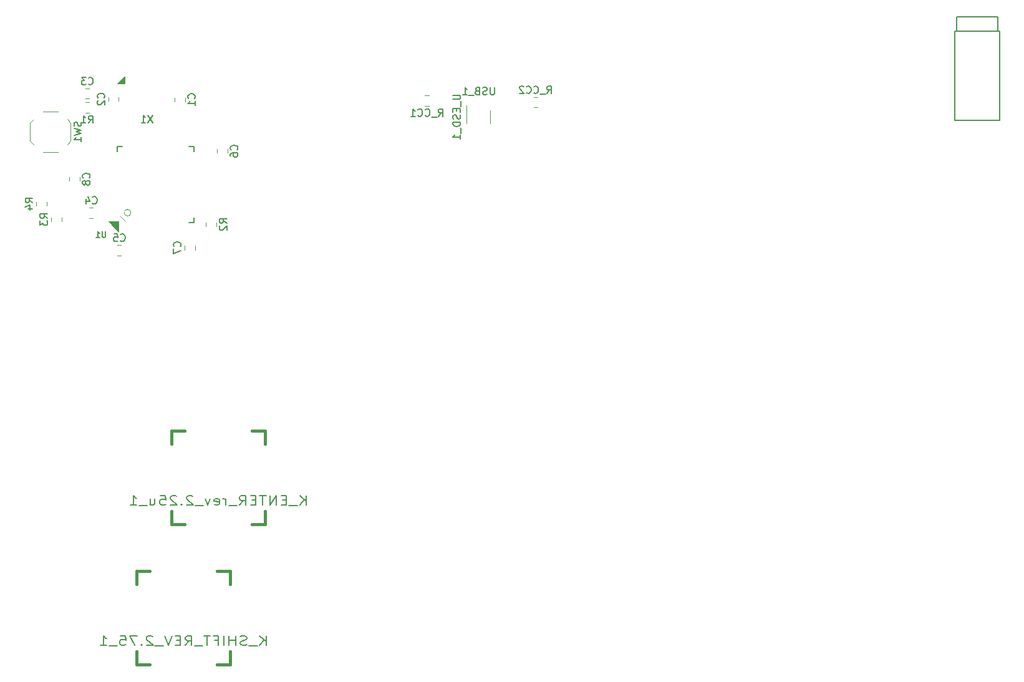
<source format=gbr>
G04 #@! TF.GenerationSoftware,KiCad,Pcbnew,(5.0.2)-1*
G04 #@! TF.CreationDate,2020-01-03T19:42:31+05:30*
G04 #@! TF.ProjectId,ergocape,6572676f-6361-4706-952e-6b696361645f,rev?*
G04 #@! TF.SameCoordinates,Original*
G04 #@! TF.FileFunction,Legend,Bot*
G04 #@! TF.FilePolarity,Positive*
%FSLAX46Y46*%
G04 Gerber Fmt 4.6, Leading zero omitted, Abs format (unit mm)*
G04 Created by KiCad (PCBNEW (5.0.2)-1) date 1/3/2020 7:42:31 PM*
%MOMM*%
%LPD*%
G01*
G04 APERTURE LIST*
%ADD10C,0.120000*%
%ADD11C,0.381000*%
%ADD12C,0.150000*%
%ADD13C,0.100000*%
%ADD14C,0.203200*%
%ADD15C,0.200000*%
G04 APERTURE END LIST*
D10*
G04 #@! TO.C,C1*
X48627481Y-26744289D02*
X48627481Y-26221785D01*
X47207481Y-26744289D02*
X47207481Y-26221785D01*
G04 #@! TO.C,C2*
X39633481Y-26147785D02*
X39633481Y-26670289D01*
X38213481Y-26147785D02*
X38213481Y-26670289D01*
G04 #@! TO.C,C3*
X35619246Y-24947608D02*
X35096742Y-24947608D01*
X35619246Y-26367608D02*
X35096742Y-26367608D01*
G04 #@! TO.C,C4*
X36171471Y-42562769D02*
X35648967Y-42562769D01*
X36171471Y-41142769D02*
X35648967Y-41142769D01*
G04 #@! TO.C,C5*
X39981471Y-46222769D02*
X39458967Y-46222769D01*
X39981471Y-47642769D02*
X39458967Y-47642769D01*
G04 #@! TO.C,C6*
X52980219Y-33732021D02*
X52980219Y-33209517D01*
X54400219Y-33732021D02*
X54400219Y-33209517D01*
G04 #@! TO.C,C7*
X48566000Y-46347748D02*
X48566000Y-46870252D01*
X49986000Y-46347748D02*
X49986000Y-46870252D01*
G04 #@! TO.C,C8*
X32914219Y-37542021D02*
X32914219Y-37019517D01*
X34334219Y-37542021D02*
X34334219Y-37019517D01*
D11*
G04 #@! TO.C,K_ENTER_rev_2.25u_1*
X59531250Y-73215500D02*
X59531250Y-71437500D01*
X59531250Y-84137500D02*
X59531250Y-82359500D01*
X57753250Y-84137500D02*
X59531250Y-84137500D01*
X46831250Y-84137500D02*
X48609250Y-84137500D01*
X46831250Y-82359500D02*
X46831250Y-84137500D01*
X46831250Y-71437500D02*
X46831250Y-73215500D01*
X48609250Y-71437500D02*
X46831250Y-71437500D01*
X59531250Y-71437500D02*
X57753250Y-71437500D01*
G04 #@! TO.C,K_SHIFT_REV_2.75_1*
X54768750Y-90487500D02*
X52990750Y-90487500D01*
X43846750Y-90487500D02*
X42068750Y-90487500D01*
X42068750Y-90487500D02*
X42068750Y-92265500D01*
X42068750Y-101409500D02*
X42068750Y-103187500D01*
X42068750Y-103187500D02*
X43846750Y-103187500D01*
X52990750Y-103187500D02*
X54768750Y-103187500D01*
X54768750Y-103187500D02*
X54768750Y-101409500D01*
X54768750Y-92265500D02*
X54768750Y-90487500D01*
D10*
G04 #@! TO.C,R1*
X35096742Y-26852608D02*
X35619246Y-26852608D01*
X35096742Y-28272608D02*
X35619246Y-28272608D01*
G04 #@! TO.C,R2*
X52907000Y-43695252D02*
X52907000Y-43172748D01*
X51487000Y-43695252D02*
X51487000Y-43172748D01*
G04 #@! TO.C,R3*
X31880000Y-42518748D02*
X31880000Y-43041252D01*
X30460000Y-42518748D02*
X30460000Y-43041252D01*
G04 #@! TO.C,R4*
X28440000Y-40378748D02*
X28440000Y-40901252D01*
X29860000Y-40378748D02*
X29860000Y-40901252D01*
G04 #@! TO.C,R_CC1*
X81210868Y-25940980D02*
X81733372Y-25940980D01*
X81210868Y-27360980D02*
X81733372Y-27360980D01*
G04 #@! TO.C,R_CC2*
X96473372Y-26130980D02*
X95950868Y-26130980D01*
X96473372Y-27550980D02*
X95950868Y-27550980D01*
G04 #@! TO.C,SW1*
X28053000Y-32561000D02*
X27603000Y-32111000D01*
X28053000Y-29161000D02*
X27603000Y-29611000D01*
X32653000Y-29161000D02*
X33103000Y-29611000D01*
X32653000Y-32561000D02*
X33103000Y-32111000D01*
X31353000Y-28111000D02*
X29353000Y-28111000D01*
X27603000Y-32111000D02*
X27603000Y-29611000D01*
X31353000Y-33611000D02*
X29353000Y-33611000D01*
X33103000Y-32111000D02*
X33103000Y-29611000D01*
D12*
G04 #@! TO.C,U1*
X49816469Y-43217769D02*
X49816469Y-42542769D01*
X49816469Y-32867769D02*
X49816469Y-33542769D01*
X39466469Y-32867769D02*
X39466469Y-33542769D01*
X39466469Y-32867769D02*
X40141469Y-32867769D01*
X49816469Y-32867769D02*
X49141469Y-32867769D01*
X49816469Y-43217769D02*
X49141469Y-43217769D01*
D13*
G36*
X38241469Y-43042769D02*
X39641469Y-43042769D01*
X39641469Y-44442769D01*
X38241469Y-43042769D01*
G37*
X38241469Y-43042769D02*
X39641469Y-43042769D01*
X39641469Y-44442769D01*
X38241469Y-43042769D01*
D10*
X41288683Y-41842769D02*
G75*
G03X41288683Y-41842769I-447214J0D01*
G01*
D13*
X39841469Y-42342769D02*
X40441469Y-42942769D01*
D10*
G04 #@! TO.C,U_ESD_1*
X90073120Y-27929000D02*
X90073120Y-29729000D01*
X86853120Y-29729000D02*
X86853120Y-27279000D01*
D13*
G04 #@! TO.C,X1*
G36*
X39463731Y-24345537D02*
X40463731Y-24345537D01*
X40463731Y-23345537D01*
X39463731Y-24345537D01*
G37*
X39463731Y-24345537D02*
X40463731Y-24345537D01*
X40463731Y-23345537D01*
X39463731Y-24345537D01*
D12*
G04 #@! TO.C,J1*
X153112120Y-17228730D02*
X159212120Y-17228730D01*
X153112120Y-29328730D02*
X159212120Y-29328730D01*
X153112120Y-17228730D02*
X153112120Y-29328730D01*
X159212120Y-17228730D02*
X159212120Y-29328730D01*
X153362120Y-17228730D02*
X153362120Y-15228730D01*
X158962120Y-17228730D02*
X158962120Y-15228730D01*
X153362120Y-15228730D02*
X158962120Y-15228730D01*
G04 #@! TO.C,C1*
X49924623Y-26316370D02*
X49972242Y-26268751D01*
X50019861Y-26125894D01*
X50019861Y-26030656D01*
X49972242Y-25887798D01*
X49877004Y-25792560D01*
X49781766Y-25744941D01*
X49591290Y-25697322D01*
X49448433Y-25697322D01*
X49257957Y-25744941D01*
X49162719Y-25792560D01*
X49067481Y-25887798D01*
X49019861Y-26030656D01*
X49019861Y-26125894D01*
X49067481Y-26268751D01*
X49115100Y-26316370D01*
X50019861Y-27268751D02*
X50019861Y-26697322D01*
X50019861Y-26983037D02*
X49019861Y-26983037D01*
X49162719Y-26887798D01*
X49257957Y-26792560D01*
X49305576Y-26697322D01*
G04 #@! TO.C,C2*
X37630623Y-26242370D02*
X37678242Y-26194751D01*
X37725861Y-26051894D01*
X37725861Y-25956656D01*
X37678242Y-25813798D01*
X37583004Y-25718560D01*
X37487766Y-25670941D01*
X37297290Y-25623322D01*
X37154433Y-25623322D01*
X36963957Y-25670941D01*
X36868719Y-25718560D01*
X36773481Y-25813798D01*
X36725861Y-25956656D01*
X36725861Y-26051894D01*
X36773481Y-26194751D01*
X36821100Y-26242370D01*
X36821100Y-26623322D02*
X36773481Y-26670941D01*
X36725861Y-26766179D01*
X36725861Y-27004275D01*
X36773481Y-27099513D01*
X36821100Y-27147132D01*
X36916338Y-27194751D01*
X37011576Y-27194751D01*
X37154433Y-27147132D01*
X37725861Y-26575703D01*
X37725861Y-27194751D01*
G04 #@! TO.C,C3*
X35524660Y-24364750D02*
X35572279Y-24412369D01*
X35715136Y-24459988D01*
X35810374Y-24459988D01*
X35953232Y-24412369D01*
X36048470Y-24317131D01*
X36096089Y-24221893D01*
X36143708Y-24031417D01*
X36143708Y-23888560D01*
X36096089Y-23698084D01*
X36048470Y-23602846D01*
X35953232Y-23507608D01*
X35810374Y-23459988D01*
X35715136Y-23459988D01*
X35572279Y-23507608D01*
X35524660Y-23555227D01*
X35191327Y-23459988D02*
X34572279Y-23459988D01*
X34905613Y-23840941D01*
X34762755Y-23840941D01*
X34667517Y-23888560D01*
X34619898Y-23936179D01*
X34572279Y-24031417D01*
X34572279Y-24269512D01*
X34619898Y-24364750D01*
X34667517Y-24412369D01*
X34762755Y-24459988D01*
X35048470Y-24459988D01*
X35143708Y-24412369D01*
X35191327Y-24364750D01*
G04 #@! TO.C,C4*
X36076885Y-40559911D02*
X36124504Y-40607530D01*
X36267361Y-40655149D01*
X36362599Y-40655149D01*
X36505457Y-40607530D01*
X36600695Y-40512292D01*
X36648314Y-40417054D01*
X36695933Y-40226578D01*
X36695933Y-40083721D01*
X36648314Y-39893245D01*
X36600695Y-39798007D01*
X36505457Y-39702769D01*
X36362599Y-39655149D01*
X36267361Y-39655149D01*
X36124504Y-39702769D01*
X36076885Y-39750388D01*
X35219742Y-39988483D02*
X35219742Y-40655149D01*
X35457838Y-39607530D02*
X35695933Y-40321816D01*
X35076885Y-40321816D01*
G04 #@! TO.C,C5*
X39886885Y-45639911D02*
X39934504Y-45687530D01*
X40077361Y-45735149D01*
X40172599Y-45735149D01*
X40315457Y-45687530D01*
X40410695Y-45592292D01*
X40458314Y-45497054D01*
X40505933Y-45306578D01*
X40505933Y-45163721D01*
X40458314Y-44973245D01*
X40410695Y-44878007D01*
X40315457Y-44782769D01*
X40172599Y-44735149D01*
X40077361Y-44735149D01*
X39934504Y-44782769D01*
X39886885Y-44830388D01*
X38982123Y-44735149D02*
X39458314Y-44735149D01*
X39505933Y-45211340D01*
X39458314Y-45163721D01*
X39363076Y-45116102D01*
X39124980Y-45116102D01*
X39029742Y-45163721D01*
X38982123Y-45211340D01*
X38934504Y-45306578D01*
X38934504Y-45544673D01*
X38982123Y-45639911D01*
X39029742Y-45687530D01*
X39124980Y-45735149D01*
X39363076Y-45735149D01*
X39458314Y-45687530D01*
X39505933Y-45639911D01*
G04 #@! TO.C,C6*
X55697361Y-33304102D02*
X55744980Y-33256483D01*
X55792599Y-33113626D01*
X55792599Y-33018388D01*
X55744980Y-32875530D01*
X55649742Y-32780292D01*
X55554504Y-32732673D01*
X55364028Y-32685054D01*
X55221171Y-32685054D01*
X55030695Y-32732673D01*
X54935457Y-32780292D01*
X54840219Y-32875530D01*
X54792599Y-33018388D01*
X54792599Y-33113626D01*
X54840219Y-33256483D01*
X54887838Y-33304102D01*
X54792599Y-34161245D02*
X54792599Y-33970769D01*
X54840219Y-33875530D01*
X54887838Y-33827911D01*
X55030695Y-33732673D01*
X55221171Y-33685054D01*
X55602123Y-33685054D01*
X55697361Y-33732673D01*
X55744980Y-33780292D01*
X55792599Y-33875530D01*
X55792599Y-34066007D01*
X55744980Y-34161245D01*
X55697361Y-34208864D01*
X55602123Y-34256483D01*
X55364028Y-34256483D01*
X55268790Y-34208864D01*
X55221171Y-34161245D01*
X55173552Y-34066007D01*
X55173552Y-33875530D01*
X55221171Y-33780292D01*
X55268790Y-33732673D01*
X55364028Y-33685054D01*
G04 #@! TO.C,C7*
X47983142Y-46442333D02*
X48030761Y-46394714D01*
X48078380Y-46251857D01*
X48078380Y-46156619D01*
X48030761Y-46013761D01*
X47935523Y-45918523D01*
X47840285Y-45870904D01*
X47649809Y-45823285D01*
X47506952Y-45823285D01*
X47316476Y-45870904D01*
X47221238Y-45918523D01*
X47126000Y-46013761D01*
X47078380Y-46156619D01*
X47078380Y-46251857D01*
X47126000Y-46394714D01*
X47173619Y-46442333D01*
X47078380Y-46775666D02*
X47078380Y-47442333D01*
X48078380Y-47013761D01*
G04 #@! TO.C,C8*
X35631361Y-37114102D02*
X35678980Y-37066483D01*
X35726599Y-36923626D01*
X35726599Y-36828388D01*
X35678980Y-36685530D01*
X35583742Y-36590292D01*
X35488504Y-36542673D01*
X35298028Y-36495054D01*
X35155171Y-36495054D01*
X34964695Y-36542673D01*
X34869457Y-36590292D01*
X34774219Y-36685530D01*
X34726599Y-36828388D01*
X34726599Y-36923626D01*
X34774219Y-37066483D01*
X34821838Y-37114102D01*
X35155171Y-37685530D02*
X35107552Y-37590292D01*
X35059933Y-37542673D01*
X34964695Y-37495054D01*
X34917076Y-37495054D01*
X34821838Y-37542673D01*
X34774219Y-37590292D01*
X34726599Y-37685530D01*
X34726599Y-37876007D01*
X34774219Y-37971245D01*
X34821838Y-38018864D01*
X34917076Y-38066483D01*
X34964695Y-38066483D01*
X35059933Y-38018864D01*
X35107552Y-37971245D01*
X35155171Y-37876007D01*
X35155171Y-37685530D01*
X35202790Y-37590292D01*
X35250409Y-37542673D01*
X35345647Y-37495054D01*
X35536123Y-37495054D01*
X35631361Y-37542673D01*
X35678980Y-37590292D01*
X35726599Y-37685530D01*
X35726599Y-37876007D01*
X35678980Y-37971245D01*
X35631361Y-38018864D01*
X35536123Y-38066483D01*
X35345647Y-38066483D01*
X35250409Y-38018864D01*
X35202790Y-37971245D01*
X35155171Y-37876007D01*
G04 #@! TO.C,K_ENTER_rev_2.25u_1*
D14*
X65082964Y-81537023D02*
X65082964Y-80267023D01*
X64212107Y-81537023D02*
X64865250Y-80811309D01*
X64212107Y-80267023D02*
X65082964Y-80992738D01*
X63921821Y-81657976D02*
X62760678Y-81657976D01*
X62397821Y-80871785D02*
X61889821Y-80871785D01*
X61672107Y-81537023D02*
X62397821Y-81537023D01*
X62397821Y-80267023D01*
X61672107Y-80267023D01*
X61018964Y-81537023D02*
X61018964Y-80267023D01*
X60148107Y-81537023D01*
X60148107Y-80267023D01*
X59640107Y-80267023D02*
X58769250Y-80267023D01*
X59204678Y-81537023D02*
X59204678Y-80267023D01*
X58261250Y-80871785D02*
X57753250Y-80871785D01*
X57535535Y-81537023D02*
X58261250Y-81537023D01*
X58261250Y-80267023D01*
X57535535Y-80267023D01*
X56011535Y-81537023D02*
X56519535Y-80932261D01*
X56882392Y-81537023D02*
X56882392Y-80267023D01*
X56301821Y-80267023D01*
X56156678Y-80327500D01*
X56084107Y-80387976D01*
X56011535Y-80508928D01*
X56011535Y-80690357D01*
X56084107Y-80811309D01*
X56156678Y-80871785D01*
X56301821Y-80932261D01*
X56882392Y-80932261D01*
X55721250Y-81657976D02*
X54560107Y-81657976D01*
X54197250Y-81537023D02*
X54197250Y-80690357D01*
X54197250Y-80932261D02*
X54124678Y-80811309D01*
X54052107Y-80750833D01*
X53906964Y-80690357D01*
X53761821Y-80690357D01*
X52673250Y-81476547D02*
X52818392Y-81537023D01*
X53108678Y-81537023D01*
X53253821Y-81476547D01*
X53326392Y-81355595D01*
X53326392Y-80871785D01*
X53253821Y-80750833D01*
X53108678Y-80690357D01*
X52818392Y-80690357D01*
X52673250Y-80750833D01*
X52600678Y-80871785D01*
X52600678Y-80992738D01*
X53326392Y-81113690D01*
X52092678Y-80690357D02*
X51729821Y-81537023D01*
X51366964Y-80690357D01*
X51149250Y-81657976D02*
X49988107Y-81657976D01*
X49697821Y-80387976D02*
X49625250Y-80327500D01*
X49480107Y-80267023D01*
X49117250Y-80267023D01*
X48972107Y-80327500D01*
X48899535Y-80387976D01*
X48826964Y-80508928D01*
X48826964Y-80629880D01*
X48899535Y-80811309D01*
X49770392Y-81537023D01*
X48826964Y-81537023D01*
X48173821Y-81416071D02*
X48101250Y-81476547D01*
X48173821Y-81537023D01*
X48246392Y-81476547D01*
X48173821Y-81416071D01*
X48173821Y-81537023D01*
X47520678Y-80387976D02*
X47448107Y-80327500D01*
X47302964Y-80267023D01*
X46940107Y-80267023D01*
X46794964Y-80327500D01*
X46722392Y-80387976D01*
X46649821Y-80508928D01*
X46649821Y-80629880D01*
X46722392Y-80811309D01*
X47593250Y-81537023D01*
X46649821Y-81537023D01*
X45270964Y-80267023D02*
X45996678Y-80267023D01*
X46069250Y-80871785D01*
X45996678Y-80811309D01*
X45851535Y-80750833D01*
X45488678Y-80750833D01*
X45343535Y-80811309D01*
X45270964Y-80871785D01*
X45198392Y-80992738D01*
X45198392Y-81295119D01*
X45270964Y-81416071D01*
X45343535Y-81476547D01*
X45488678Y-81537023D01*
X45851535Y-81537023D01*
X45996678Y-81476547D01*
X46069250Y-81416071D01*
X43892107Y-80690357D02*
X43892107Y-81537023D01*
X44545250Y-80690357D02*
X44545250Y-81355595D01*
X44472678Y-81476547D01*
X44327535Y-81537023D01*
X44109821Y-81537023D01*
X43964678Y-81476547D01*
X43892107Y-81416071D01*
X43529250Y-81657976D02*
X42368107Y-81657976D01*
X41206964Y-81537023D02*
X42077821Y-81537023D01*
X41642392Y-81537023D02*
X41642392Y-80267023D01*
X41787535Y-80448452D01*
X41932678Y-80569404D01*
X42077821Y-80629880D01*
G04 #@! TO.C,K_SHIFT_REV_2.75_1*
X59631035Y-100587023D02*
X59631035Y-99317023D01*
X58760178Y-100587023D02*
X59413321Y-99861309D01*
X58760178Y-99317023D02*
X59631035Y-100042738D01*
X58469892Y-100707976D02*
X57308750Y-100707976D01*
X57018464Y-100526547D02*
X56800750Y-100587023D01*
X56437892Y-100587023D01*
X56292750Y-100526547D01*
X56220178Y-100466071D01*
X56147607Y-100345119D01*
X56147607Y-100224166D01*
X56220178Y-100103214D01*
X56292750Y-100042738D01*
X56437892Y-99982261D01*
X56728178Y-99921785D01*
X56873321Y-99861309D01*
X56945892Y-99800833D01*
X57018464Y-99679880D01*
X57018464Y-99558928D01*
X56945892Y-99437976D01*
X56873321Y-99377500D01*
X56728178Y-99317023D01*
X56365321Y-99317023D01*
X56147607Y-99377500D01*
X55494464Y-100587023D02*
X55494464Y-99317023D01*
X55494464Y-99921785D02*
X54623607Y-99921785D01*
X54623607Y-100587023D02*
X54623607Y-99317023D01*
X53897892Y-100587023D02*
X53897892Y-99317023D01*
X52664178Y-99921785D02*
X53172178Y-99921785D01*
X53172178Y-100587023D02*
X53172178Y-99317023D01*
X52446464Y-99317023D01*
X52083607Y-99317023D02*
X51212750Y-99317023D01*
X51648178Y-100587023D02*
X51648178Y-99317023D01*
X51067607Y-100707976D02*
X49906464Y-100707976D01*
X48672750Y-100587023D02*
X49180750Y-99982261D01*
X49543607Y-100587023D02*
X49543607Y-99317023D01*
X48963035Y-99317023D01*
X48817892Y-99377500D01*
X48745321Y-99437976D01*
X48672750Y-99558928D01*
X48672750Y-99740357D01*
X48745321Y-99861309D01*
X48817892Y-99921785D01*
X48963035Y-99982261D01*
X49543607Y-99982261D01*
X48019607Y-99921785D02*
X47511607Y-99921785D01*
X47293892Y-100587023D02*
X48019607Y-100587023D01*
X48019607Y-99317023D01*
X47293892Y-99317023D01*
X46858464Y-99317023D02*
X46350464Y-100587023D01*
X45842464Y-99317023D01*
X45697321Y-100707976D02*
X44536178Y-100707976D01*
X44245892Y-99437976D02*
X44173321Y-99377500D01*
X44028178Y-99317023D01*
X43665321Y-99317023D01*
X43520178Y-99377500D01*
X43447607Y-99437976D01*
X43375035Y-99558928D01*
X43375035Y-99679880D01*
X43447607Y-99861309D01*
X44318464Y-100587023D01*
X43375035Y-100587023D01*
X42721892Y-100466071D02*
X42649321Y-100526547D01*
X42721892Y-100587023D01*
X42794464Y-100526547D01*
X42721892Y-100466071D01*
X42721892Y-100587023D01*
X42141321Y-99317023D02*
X41125321Y-99317023D01*
X41778464Y-100587023D01*
X39819035Y-99317023D02*
X40544750Y-99317023D01*
X40617321Y-99921785D01*
X40544750Y-99861309D01*
X40399607Y-99800833D01*
X40036750Y-99800833D01*
X39891607Y-99861309D01*
X39819035Y-99921785D01*
X39746464Y-100042738D01*
X39746464Y-100345119D01*
X39819035Y-100466071D01*
X39891607Y-100526547D01*
X40036750Y-100587023D01*
X40399607Y-100587023D01*
X40544750Y-100526547D01*
X40617321Y-100466071D01*
X39456178Y-100707976D02*
X38295035Y-100707976D01*
X37133892Y-100587023D02*
X38004750Y-100587023D01*
X37569321Y-100587023D02*
X37569321Y-99317023D01*
X37714464Y-99498452D01*
X37859607Y-99619404D01*
X38004750Y-99679880D01*
G04 #@! TO.C,R1*
D12*
X35524660Y-29664988D02*
X35857994Y-29188798D01*
X36096089Y-29664988D02*
X36096089Y-28664988D01*
X35715136Y-28664988D01*
X35619898Y-28712608D01*
X35572279Y-28760227D01*
X35524660Y-28855465D01*
X35524660Y-28998322D01*
X35572279Y-29093560D01*
X35619898Y-29141179D01*
X35715136Y-29188798D01*
X36096089Y-29188798D01*
X34572279Y-29664988D02*
X35143708Y-29664988D01*
X34857994Y-29664988D02*
X34857994Y-28664988D01*
X34953232Y-28807846D01*
X35048470Y-28903084D01*
X35143708Y-28950703D01*
G04 #@! TO.C,R2*
X54299380Y-43267333D02*
X53823190Y-42934000D01*
X54299380Y-42695904D02*
X53299380Y-42695904D01*
X53299380Y-43076857D01*
X53347000Y-43172095D01*
X53394619Y-43219714D01*
X53489857Y-43267333D01*
X53632714Y-43267333D01*
X53727952Y-43219714D01*
X53775571Y-43172095D01*
X53823190Y-43076857D01*
X53823190Y-42695904D01*
X53394619Y-43648285D02*
X53347000Y-43695904D01*
X53299380Y-43791142D01*
X53299380Y-44029238D01*
X53347000Y-44124476D01*
X53394619Y-44172095D01*
X53489857Y-44219714D01*
X53585095Y-44219714D01*
X53727952Y-44172095D01*
X54299380Y-43600666D01*
X54299380Y-44219714D01*
G04 #@! TO.C,R3*
X29972380Y-42613333D02*
X29496190Y-42280000D01*
X29972380Y-42041904D02*
X28972380Y-42041904D01*
X28972380Y-42422857D01*
X29020000Y-42518095D01*
X29067619Y-42565714D01*
X29162857Y-42613333D01*
X29305714Y-42613333D01*
X29400952Y-42565714D01*
X29448571Y-42518095D01*
X29496190Y-42422857D01*
X29496190Y-42041904D01*
X28972380Y-42946666D02*
X28972380Y-43565714D01*
X29353333Y-43232380D01*
X29353333Y-43375238D01*
X29400952Y-43470476D01*
X29448571Y-43518095D01*
X29543809Y-43565714D01*
X29781904Y-43565714D01*
X29877142Y-43518095D01*
X29924761Y-43470476D01*
X29972380Y-43375238D01*
X29972380Y-43089523D01*
X29924761Y-42994285D01*
X29877142Y-42946666D01*
G04 #@! TO.C,R4*
X27952380Y-40473333D02*
X27476190Y-40140000D01*
X27952380Y-39901904D02*
X26952380Y-39901904D01*
X26952380Y-40282857D01*
X27000000Y-40378095D01*
X27047619Y-40425714D01*
X27142857Y-40473333D01*
X27285714Y-40473333D01*
X27380952Y-40425714D01*
X27428571Y-40378095D01*
X27476190Y-40282857D01*
X27476190Y-39901904D01*
X27285714Y-41330476D02*
X27952380Y-41330476D01*
X26904761Y-41092380D02*
X27619047Y-40854285D01*
X27619047Y-41473333D01*
G04 #@! TO.C,R_CC1*
X83019739Y-28753360D02*
X83353072Y-28277170D01*
X83591167Y-28753360D02*
X83591167Y-27753360D01*
X83210215Y-27753360D01*
X83114977Y-27800980D01*
X83067358Y-27848599D01*
X83019739Y-27943837D01*
X83019739Y-28086694D01*
X83067358Y-28181932D01*
X83114977Y-28229551D01*
X83210215Y-28277170D01*
X83591167Y-28277170D01*
X82829262Y-28848599D02*
X82067358Y-28848599D01*
X81257834Y-28658122D02*
X81305453Y-28705741D01*
X81448310Y-28753360D01*
X81543548Y-28753360D01*
X81686405Y-28705741D01*
X81781643Y-28610503D01*
X81829262Y-28515265D01*
X81876881Y-28324789D01*
X81876881Y-28181932D01*
X81829262Y-27991456D01*
X81781643Y-27896218D01*
X81686405Y-27800980D01*
X81543548Y-27753360D01*
X81448310Y-27753360D01*
X81305453Y-27800980D01*
X81257834Y-27848599D01*
X80257834Y-28658122D02*
X80305453Y-28705741D01*
X80448310Y-28753360D01*
X80543548Y-28753360D01*
X80686405Y-28705741D01*
X80781643Y-28610503D01*
X80829262Y-28515265D01*
X80876881Y-28324789D01*
X80876881Y-28181932D01*
X80829262Y-27991456D01*
X80781643Y-27896218D01*
X80686405Y-27800980D01*
X80543548Y-27753360D01*
X80448310Y-27753360D01*
X80305453Y-27800980D01*
X80257834Y-27848599D01*
X79305453Y-28753360D02*
X79876881Y-28753360D01*
X79591167Y-28753360D02*
X79591167Y-27753360D01*
X79686405Y-27896218D01*
X79781643Y-27991456D01*
X79876881Y-28039075D01*
G04 #@! TO.C,R_CC2*
X97759739Y-25643360D02*
X98093072Y-25167170D01*
X98331167Y-25643360D02*
X98331167Y-24643360D01*
X97950215Y-24643360D01*
X97854977Y-24690980D01*
X97807358Y-24738599D01*
X97759739Y-24833837D01*
X97759739Y-24976694D01*
X97807358Y-25071932D01*
X97854977Y-25119551D01*
X97950215Y-25167170D01*
X98331167Y-25167170D01*
X97569262Y-25738599D02*
X96807358Y-25738599D01*
X95997834Y-25548122D02*
X96045453Y-25595741D01*
X96188310Y-25643360D01*
X96283548Y-25643360D01*
X96426405Y-25595741D01*
X96521643Y-25500503D01*
X96569262Y-25405265D01*
X96616881Y-25214789D01*
X96616881Y-25071932D01*
X96569262Y-24881456D01*
X96521643Y-24786218D01*
X96426405Y-24690980D01*
X96283548Y-24643360D01*
X96188310Y-24643360D01*
X96045453Y-24690980D01*
X95997834Y-24738599D01*
X94997834Y-25548122D02*
X95045453Y-25595741D01*
X95188310Y-25643360D01*
X95283548Y-25643360D01*
X95426405Y-25595741D01*
X95521643Y-25500503D01*
X95569262Y-25405265D01*
X95616881Y-25214789D01*
X95616881Y-25071932D01*
X95569262Y-24881456D01*
X95521643Y-24786218D01*
X95426405Y-24690980D01*
X95283548Y-24643360D01*
X95188310Y-24643360D01*
X95045453Y-24690980D01*
X94997834Y-24738599D01*
X94616881Y-24738599D02*
X94569262Y-24690980D01*
X94474024Y-24643360D01*
X94235929Y-24643360D01*
X94140691Y-24690980D01*
X94093072Y-24738599D01*
X94045453Y-24833837D01*
X94045453Y-24929075D01*
X94093072Y-25071932D01*
X94664500Y-25643360D01*
X94045453Y-25643360D01*
G04 #@! TO.C,SW1*
X34507761Y-29527666D02*
X34555380Y-29670523D01*
X34555380Y-29908619D01*
X34507761Y-30003857D01*
X34460142Y-30051476D01*
X34364904Y-30099095D01*
X34269666Y-30099095D01*
X34174428Y-30051476D01*
X34126809Y-30003857D01*
X34079190Y-29908619D01*
X34031571Y-29718142D01*
X33983952Y-29622904D01*
X33936333Y-29575285D01*
X33841095Y-29527666D01*
X33745857Y-29527666D01*
X33650619Y-29575285D01*
X33603000Y-29622904D01*
X33555380Y-29718142D01*
X33555380Y-29956238D01*
X33603000Y-30099095D01*
X33555380Y-30432428D02*
X34555380Y-30670523D01*
X33841095Y-30861000D01*
X34555380Y-31051476D01*
X33555380Y-31289571D01*
X34555380Y-32194333D02*
X34555380Y-31622904D01*
X34555380Y-31908619D02*
X33555380Y-31908619D01*
X33698238Y-31813380D01*
X33793476Y-31718142D01*
X33841095Y-31622904D01*
G04 #@! TO.C,U1*
D15*
X37850992Y-44404673D02*
X37850992Y-45052292D01*
X37812897Y-45128483D01*
X37774802Y-45166578D01*
X37698611Y-45204673D01*
X37546230Y-45204673D01*
X37470040Y-45166578D01*
X37431945Y-45128483D01*
X37393849Y-45052292D01*
X37393849Y-44404673D01*
X36593849Y-45204673D02*
X37050992Y-45204673D01*
X36822421Y-45204673D02*
X36822421Y-44404673D01*
X36898611Y-44518959D01*
X36974802Y-44595149D01*
X37050992Y-44633245D01*
G04 #@! TO.C,U_ESD_1*
D12*
X85015500Y-25876619D02*
X85825024Y-25876619D01*
X85920262Y-25924238D01*
X85967881Y-25971857D01*
X86015500Y-26067095D01*
X86015500Y-26257571D01*
X85967881Y-26352809D01*
X85920262Y-26400428D01*
X85825024Y-26448047D01*
X85015500Y-26448047D01*
X86110739Y-26686142D02*
X86110739Y-27448047D01*
X85491691Y-27686142D02*
X85491691Y-28019476D01*
X86015500Y-28162333D02*
X86015500Y-27686142D01*
X85015500Y-27686142D01*
X85015500Y-28162333D01*
X85967881Y-28543285D02*
X86015500Y-28686142D01*
X86015500Y-28924238D01*
X85967881Y-29019476D01*
X85920262Y-29067095D01*
X85825024Y-29114714D01*
X85729786Y-29114714D01*
X85634548Y-29067095D01*
X85586929Y-29019476D01*
X85539310Y-28924238D01*
X85491691Y-28733761D01*
X85444072Y-28638523D01*
X85396453Y-28590904D01*
X85301215Y-28543285D01*
X85205977Y-28543285D01*
X85110739Y-28590904D01*
X85063120Y-28638523D01*
X85015500Y-28733761D01*
X85015500Y-28971857D01*
X85063120Y-29114714D01*
X86015500Y-29543285D02*
X85015500Y-29543285D01*
X85015500Y-29781380D01*
X85063120Y-29924238D01*
X85158358Y-30019476D01*
X85253596Y-30067095D01*
X85444072Y-30114714D01*
X85586929Y-30114714D01*
X85777405Y-30067095D01*
X85872643Y-30019476D01*
X85967881Y-29924238D01*
X86015500Y-29781380D01*
X86015500Y-29543285D01*
X86110739Y-30305190D02*
X86110739Y-31067095D01*
X86015500Y-31829000D02*
X86015500Y-31257571D01*
X86015500Y-31543285D02*
X85015500Y-31543285D01*
X85158358Y-31448047D01*
X85253596Y-31352809D01*
X85301215Y-31257571D01*
G04 #@! TO.C,USB_1*
X90638047Y-24831380D02*
X90638047Y-25640904D01*
X90590428Y-25736142D01*
X90542809Y-25783761D01*
X90447571Y-25831380D01*
X90257095Y-25831380D01*
X90161857Y-25783761D01*
X90114238Y-25736142D01*
X90066619Y-25640904D01*
X90066619Y-24831380D01*
X89638047Y-25783761D02*
X89495190Y-25831380D01*
X89257095Y-25831380D01*
X89161857Y-25783761D01*
X89114238Y-25736142D01*
X89066619Y-25640904D01*
X89066619Y-25545666D01*
X89114238Y-25450428D01*
X89161857Y-25402809D01*
X89257095Y-25355190D01*
X89447571Y-25307571D01*
X89542809Y-25259952D01*
X89590428Y-25212333D01*
X89638047Y-25117095D01*
X89638047Y-25021857D01*
X89590428Y-24926619D01*
X89542809Y-24879000D01*
X89447571Y-24831380D01*
X89209476Y-24831380D01*
X89066619Y-24879000D01*
X88304714Y-25307571D02*
X88161857Y-25355190D01*
X88114238Y-25402809D01*
X88066619Y-25498047D01*
X88066619Y-25640904D01*
X88114238Y-25736142D01*
X88161857Y-25783761D01*
X88257095Y-25831380D01*
X88638047Y-25831380D01*
X88638047Y-24831380D01*
X88304714Y-24831380D01*
X88209476Y-24879000D01*
X88161857Y-24926619D01*
X88114238Y-25021857D01*
X88114238Y-25117095D01*
X88161857Y-25212333D01*
X88209476Y-25259952D01*
X88304714Y-25307571D01*
X88638047Y-25307571D01*
X87876142Y-25926619D02*
X87114238Y-25926619D01*
X86352333Y-25831380D02*
X86923761Y-25831380D01*
X86638047Y-25831380D02*
X86638047Y-24831380D01*
X86733285Y-24974238D01*
X86828523Y-25069476D01*
X86923761Y-25117095D01*
G04 #@! TO.C,X1*
X44273254Y-28597917D02*
X43606588Y-29597917D01*
X43606588Y-28597917D02*
X44273254Y-29597917D01*
X42701826Y-29597917D02*
X43273254Y-29597917D01*
X42987540Y-29597917D02*
X42987540Y-28597917D01*
X43082778Y-28740775D01*
X43178016Y-28836013D01*
X43273254Y-28883632D01*
G04 #@! TD*
M02*

</source>
